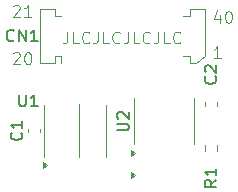
<source format=gbr>
%TF.GenerationSoftware,KiCad,Pcbnew,8.0.2*%
%TF.CreationDate,2024-11-23T19:12:39+01:00*%
%TF.ProjectId,NTR-Subcard,4e54522d-5375-4626-9361-72642e6b6963,rev?*%
%TF.SameCoordinates,Original*%
%TF.FileFunction,Legend,Top*%
%TF.FilePolarity,Positive*%
%FSLAX46Y46*%
G04 Gerber Fmt 4.6, Leading zero omitted, Abs format (unit mm)*
G04 Created by KiCad (PCBNEW 8.0.2) date 2024-11-23 19:12:39*
%MOMM*%
%LPD*%
G01*
G04 APERTURE LIST*
%ADD10C,0.100000*%
%ADD11C,0.150000*%
%ADD12C,0.120000*%
G04 APERTURE END LIST*
D10*
X105850000Y-74750000D02*
X105850000Y-79250000D01*
X117732455Y-67205752D02*
X117732455Y-67872419D01*
X117494360Y-66824800D02*
X117256265Y-67539085D01*
X117256265Y-67539085D02*
X117875312Y-67539085D01*
X118446741Y-66872419D02*
X118541979Y-66872419D01*
X118541979Y-66872419D02*
X118637217Y-66920038D01*
X118637217Y-66920038D02*
X118684836Y-66967657D01*
X118684836Y-66967657D02*
X118732455Y-67062895D01*
X118732455Y-67062895D02*
X118780074Y-67253371D01*
X118780074Y-67253371D02*
X118780074Y-67491466D01*
X118780074Y-67491466D02*
X118732455Y-67681942D01*
X118732455Y-67681942D02*
X118684836Y-67777180D01*
X118684836Y-67777180D02*
X118637217Y-67824800D01*
X118637217Y-67824800D02*
X118541979Y-67872419D01*
X118541979Y-67872419D02*
X118446741Y-67872419D01*
X118446741Y-67872419D02*
X118351503Y-67824800D01*
X118351503Y-67824800D02*
X118303884Y-67777180D01*
X118303884Y-67777180D02*
X118256265Y-67681942D01*
X118256265Y-67681942D02*
X118208646Y-67491466D01*
X118208646Y-67491466D02*
X118208646Y-67253371D01*
X118208646Y-67253371D02*
X118256265Y-67062895D01*
X118256265Y-67062895D02*
X118303884Y-66967657D01*
X118303884Y-66967657D02*
X118351503Y-66920038D01*
X118351503Y-66920038D02*
X118446741Y-66872419D01*
X117827693Y-70872419D02*
X117256265Y-70872419D01*
X117541979Y-70872419D02*
X117541979Y-69872419D01*
X117541979Y-69872419D02*
X117446741Y-70015276D01*
X117446741Y-70015276D02*
X117351503Y-70110514D01*
X117351503Y-70110514D02*
X117256265Y-70158133D01*
X100256265Y-70467657D02*
X100303884Y-70420038D01*
X100303884Y-70420038D02*
X100399122Y-70372419D01*
X100399122Y-70372419D02*
X100637217Y-70372419D01*
X100637217Y-70372419D02*
X100732455Y-70420038D01*
X100732455Y-70420038D02*
X100780074Y-70467657D01*
X100780074Y-70467657D02*
X100827693Y-70562895D01*
X100827693Y-70562895D02*
X100827693Y-70658133D01*
X100827693Y-70658133D02*
X100780074Y-70800990D01*
X100780074Y-70800990D02*
X100208646Y-71372419D01*
X100208646Y-71372419D02*
X100827693Y-71372419D01*
X101446741Y-70372419D02*
X101541979Y-70372419D01*
X101541979Y-70372419D02*
X101637217Y-70420038D01*
X101637217Y-70420038D02*
X101684836Y-70467657D01*
X101684836Y-70467657D02*
X101732455Y-70562895D01*
X101732455Y-70562895D02*
X101780074Y-70753371D01*
X101780074Y-70753371D02*
X101780074Y-70991466D01*
X101780074Y-70991466D02*
X101732455Y-71181942D01*
X101732455Y-71181942D02*
X101684836Y-71277180D01*
X101684836Y-71277180D02*
X101637217Y-71324800D01*
X101637217Y-71324800D02*
X101541979Y-71372419D01*
X101541979Y-71372419D02*
X101446741Y-71372419D01*
X101446741Y-71372419D02*
X101351503Y-71324800D01*
X101351503Y-71324800D02*
X101303884Y-71277180D01*
X101303884Y-71277180D02*
X101256265Y-71181942D01*
X101256265Y-71181942D02*
X101208646Y-70991466D01*
X101208646Y-70991466D02*
X101208646Y-70753371D01*
X101208646Y-70753371D02*
X101256265Y-70562895D01*
X101256265Y-70562895D02*
X101303884Y-70467657D01*
X101303884Y-70467657D02*
X101351503Y-70420038D01*
X101351503Y-70420038D02*
X101446741Y-70372419D01*
X100256265Y-66467657D02*
X100303884Y-66420038D01*
X100303884Y-66420038D02*
X100399122Y-66372419D01*
X100399122Y-66372419D02*
X100637217Y-66372419D01*
X100637217Y-66372419D02*
X100732455Y-66420038D01*
X100732455Y-66420038D02*
X100780074Y-66467657D01*
X100780074Y-66467657D02*
X100827693Y-66562895D01*
X100827693Y-66562895D02*
X100827693Y-66658133D01*
X100827693Y-66658133D02*
X100780074Y-66800990D01*
X100780074Y-66800990D02*
X100208646Y-67372419D01*
X100208646Y-67372419D02*
X100827693Y-67372419D01*
X101780074Y-67372419D02*
X101208646Y-67372419D01*
X101494360Y-67372419D02*
X101494360Y-66372419D01*
X101494360Y-66372419D02*
X101399122Y-66515276D01*
X101399122Y-66515276D02*
X101303884Y-66610514D01*
X101303884Y-66610514D02*
X101208646Y-66658133D01*
X104839598Y-68622419D02*
X104839598Y-69336704D01*
X104839598Y-69336704D02*
X104791979Y-69479561D01*
X104791979Y-69479561D02*
X104696741Y-69574800D01*
X104696741Y-69574800D02*
X104553884Y-69622419D01*
X104553884Y-69622419D02*
X104458646Y-69622419D01*
X105791979Y-69622419D02*
X105315789Y-69622419D01*
X105315789Y-69622419D02*
X105315789Y-68622419D01*
X106696741Y-69527180D02*
X106649122Y-69574800D01*
X106649122Y-69574800D02*
X106506265Y-69622419D01*
X106506265Y-69622419D02*
X106411027Y-69622419D01*
X106411027Y-69622419D02*
X106268170Y-69574800D01*
X106268170Y-69574800D02*
X106172932Y-69479561D01*
X106172932Y-69479561D02*
X106125313Y-69384323D01*
X106125313Y-69384323D02*
X106077694Y-69193847D01*
X106077694Y-69193847D02*
X106077694Y-69050990D01*
X106077694Y-69050990D02*
X106125313Y-68860514D01*
X106125313Y-68860514D02*
X106172932Y-68765276D01*
X106172932Y-68765276D02*
X106268170Y-68670038D01*
X106268170Y-68670038D02*
X106411027Y-68622419D01*
X106411027Y-68622419D02*
X106506265Y-68622419D01*
X106506265Y-68622419D02*
X106649122Y-68670038D01*
X106649122Y-68670038D02*
X106696741Y-68717657D01*
X107411027Y-68622419D02*
X107411027Y-69336704D01*
X107411027Y-69336704D02*
X107363408Y-69479561D01*
X107363408Y-69479561D02*
X107268170Y-69574800D01*
X107268170Y-69574800D02*
X107125313Y-69622419D01*
X107125313Y-69622419D02*
X107030075Y-69622419D01*
X108363408Y-69622419D02*
X107887218Y-69622419D01*
X107887218Y-69622419D02*
X107887218Y-68622419D01*
X109268170Y-69527180D02*
X109220551Y-69574800D01*
X109220551Y-69574800D02*
X109077694Y-69622419D01*
X109077694Y-69622419D02*
X108982456Y-69622419D01*
X108982456Y-69622419D02*
X108839599Y-69574800D01*
X108839599Y-69574800D02*
X108744361Y-69479561D01*
X108744361Y-69479561D02*
X108696742Y-69384323D01*
X108696742Y-69384323D02*
X108649123Y-69193847D01*
X108649123Y-69193847D02*
X108649123Y-69050990D01*
X108649123Y-69050990D02*
X108696742Y-68860514D01*
X108696742Y-68860514D02*
X108744361Y-68765276D01*
X108744361Y-68765276D02*
X108839599Y-68670038D01*
X108839599Y-68670038D02*
X108982456Y-68622419D01*
X108982456Y-68622419D02*
X109077694Y-68622419D01*
X109077694Y-68622419D02*
X109220551Y-68670038D01*
X109220551Y-68670038D02*
X109268170Y-68717657D01*
X109982456Y-68622419D02*
X109982456Y-69336704D01*
X109982456Y-69336704D02*
X109934837Y-69479561D01*
X109934837Y-69479561D02*
X109839599Y-69574800D01*
X109839599Y-69574800D02*
X109696742Y-69622419D01*
X109696742Y-69622419D02*
X109601504Y-69622419D01*
X110934837Y-69622419D02*
X110458647Y-69622419D01*
X110458647Y-69622419D02*
X110458647Y-68622419D01*
X111839599Y-69527180D02*
X111791980Y-69574800D01*
X111791980Y-69574800D02*
X111649123Y-69622419D01*
X111649123Y-69622419D02*
X111553885Y-69622419D01*
X111553885Y-69622419D02*
X111411028Y-69574800D01*
X111411028Y-69574800D02*
X111315790Y-69479561D01*
X111315790Y-69479561D02*
X111268171Y-69384323D01*
X111268171Y-69384323D02*
X111220552Y-69193847D01*
X111220552Y-69193847D02*
X111220552Y-69050990D01*
X111220552Y-69050990D02*
X111268171Y-68860514D01*
X111268171Y-68860514D02*
X111315790Y-68765276D01*
X111315790Y-68765276D02*
X111411028Y-68670038D01*
X111411028Y-68670038D02*
X111553885Y-68622419D01*
X111553885Y-68622419D02*
X111649123Y-68622419D01*
X111649123Y-68622419D02*
X111791980Y-68670038D01*
X111791980Y-68670038D02*
X111839599Y-68717657D01*
X112553885Y-68622419D02*
X112553885Y-69336704D01*
X112553885Y-69336704D02*
X112506266Y-69479561D01*
X112506266Y-69479561D02*
X112411028Y-69574800D01*
X112411028Y-69574800D02*
X112268171Y-69622419D01*
X112268171Y-69622419D02*
X112172933Y-69622419D01*
X113506266Y-69622419D02*
X113030076Y-69622419D01*
X113030076Y-69622419D02*
X113030076Y-68622419D01*
X114411028Y-69527180D02*
X114363409Y-69574800D01*
X114363409Y-69574800D02*
X114220552Y-69622419D01*
X114220552Y-69622419D02*
X114125314Y-69622419D01*
X114125314Y-69622419D02*
X113982457Y-69574800D01*
X113982457Y-69574800D02*
X113887219Y-69479561D01*
X113887219Y-69479561D02*
X113839600Y-69384323D01*
X113839600Y-69384323D02*
X113791981Y-69193847D01*
X113791981Y-69193847D02*
X113791981Y-69050990D01*
X113791981Y-69050990D02*
X113839600Y-68860514D01*
X113839600Y-68860514D02*
X113887219Y-68765276D01*
X113887219Y-68765276D02*
X113982457Y-68670038D01*
X113982457Y-68670038D02*
X114125314Y-68622419D01*
X114125314Y-68622419D02*
X114220552Y-68622419D01*
X114220552Y-68622419D02*
X114363409Y-68670038D01*
X114363409Y-68670038D02*
X114411028Y-68717657D01*
D11*
X109054819Y-76986904D02*
X109864342Y-76986904D01*
X109864342Y-76986904D02*
X109959580Y-76939285D01*
X109959580Y-76939285D02*
X110007200Y-76891666D01*
X110007200Y-76891666D02*
X110054819Y-76796428D01*
X110054819Y-76796428D02*
X110054819Y-76605952D01*
X110054819Y-76605952D02*
X110007200Y-76510714D01*
X110007200Y-76510714D02*
X109959580Y-76463095D01*
X109959580Y-76463095D02*
X109864342Y-76415476D01*
X109864342Y-76415476D02*
X109054819Y-76415476D01*
X109150057Y-75986904D02*
X109102438Y-75939285D01*
X109102438Y-75939285D02*
X109054819Y-75844047D01*
X109054819Y-75844047D02*
X109054819Y-75605952D01*
X109054819Y-75605952D02*
X109102438Y-75510714D01*
X109102438Y-75510714D02*
X109150057Y-75463095D01*
X109150057Y-75463095D02*
X109245295Y-75415476D01*
X109245295Y-75415476D02*
X109340533Y-75415476D01*
X109340533Y-75415476D02*
X109483390Y-75463095D01*
X109483390Y-75463095D02*
X110054819Y-76034523D01*
X110054819Y-76034523D02*
X110054819Y-75415476D01*
X100309523Y-69359580D02*
X100261904Y-69407200D01*
X100261904Y-69407200D02*
X100119047Y-69454819D01*
X100119047Y-69454819D02*
X100023809Y-69454819D01*
X100023809Y-69454819D02*
X99880952Y-69407200D01*
X99880952Y-69407200D02*
X99785714Y-69311961D01*
X99785714Y-69311961D02*
X99738095Y-69216723D01*
X99738095Y-69216723D02*
X99690476Y-69026247D01*
X99690476Y-69026247D02*
X99690476Y-68883390D01*
X99690476Y-68883390D02*
X99738095Y-68692914D01*
X99738095Y-68692914D02*
X99785714Y-68597676D01*
X99785714Y-68597676D02*
X99880952Y-68502438D01*
X99880952Y-68502438D02*
X100023809Y-68454819D01*
X100023809Y-68454819D02*
X100119047Y-68454819D01*
X100119047Y-68454819D02*
X100261904Y-68502438D01*
X100261904Y-68502438D02*
X100309523Y-68550057D01*
X100738095Y-69454819D02*
X100738095Y-68454819D01*
X100738095Y-68454819D02*
X101309523Y-69454819D01*
X101309523Y-69454819D02*
X101309523Y-68454819D01*
X102309523Y-69454819D02*
X101738095Y-69454819D01*
X102023809Y-69454819D02*
X102023809Y-68454819D01*
X102023809Y-68454819D02*
X101928571Y-68597676D01*
X101928571Y-68597676D02*
X101833333Y-68692914D01*
X101833333Y-68692914D02*
X101738095Y-68740533D01*
X100738095Y-73954819D02*
X100738095Y-74764342D01*
X100738095Y-74764342D02*
X100785714Y-74859580D01*
X100785714Y-74859580D02*
X100833333Y-74907200D01*
X100833333Y-74907200D02*
X100928571Y-74954819D01*
X100928571Y-74954819D02*
X101119047Y-74954819D01*
X101119047Y-74954819D02*
X101214285Y-74907200D01*
X101214285Y-74907200D02*
X101261904Y-74859580D01*
X101261904Y-74859580D02*
X101309523Y-74764342D01*
X101309523Y-74764342D02*
X101309523Y-73954819D01*
X102309523Y-74954819D02*
X101738095Y-74954819D01*
X102023809Y-74954819D02*
X102023809Y-73954819D01*
X102023809Y-73954819D02*
X101928571Y-74097676D01*
X101928571Y-74097676D02*
X101833333Y-74192914D01*
X101833333Y-74192914D02*
X101738095Y-74240533D01*
X117454819Y-81166666D02*
X116978628Y-81499999D01*
X117454819Y-81738094D02*
X116454819Y-81738094D01*
X116454819Y-81738094D02*
X116454819Y-81357142D01*
X116454819Y-81357142D02*
X116502438Y-81261904D01*
X116502438Y-81261904D02*
X116550057Y-81214285D01*
X116550057Y-81214285D02*
X116645295Y-81166666D01*
X116645295Y-81166666D02*
X116788152Y-81166666D01*
X116788152Y-81166666D02*
X116883390Y-81214285D01*
X116883390Y-81214285D02*
X116931009Y-81261904D01*
X116931009Y-81261904D02*
X116978628Y-81357142D01*
X116978628Y-81357142D02*
X116978628Y-81738094D01*
X117454819Y-80214285D02*
X117454819Y-80785713D01*
X117454819Y-80499999D02*
X116454819Y-80499999D01*
X116454819Y-80499999D02*
X116597676Y-80595237D01*
X116597676Y-80595237D02*
X116692914Y-80690475D01*
X116692914Y-80690475D02*
X116740533Y-80785713D01*
X117359580Y-72416666D02*
X117407200Y-72464285D01*
X117407200Y-72464285D02*
X117454819Y-72607142D01*
X117454819Y-72607142D02*
X117454819Y-72702380D01*
X117454819Y-72702380D02*
X117407200Y-72845237D01*
X117407200Y-72845237D02*
X117311961Y-72940475D01*
X117311961Y-72940475D02*
X117216723Y-72988094D01*
X117216723Y-72988094D02*
X117026247Y-73035713D01*
X117026247Y-73035713D02*
X116883390Y-73035713D01*
X116883390Y-73035713D02*
X116692914Y-72988094D01*
X116692914Y-72988094D02*
X116597676Y-72940475D01*
X116597676Y-72940475D02*
X116502438Y-72845237D01*
X116502438Y-72845237D02*
X116454819Y-72702380D01*
X116454819Y-72702380D02*
X116454819Y-72607142D01*
X116454819Y-72607142D02*
X116502438Y-72464285D01*
X116502438Y-72464285D02*
X116550057Y-72416666D01*
X116550057Y-72035713D02*
X116502438Y-71988094D01*
X116502438Y-71988094D02*
X116454819Y-71892856D01*
X116454819Y-71892856D02*
X116454819Y-71654761D01*
X116454819Y-71654761D02*
X116502438Y-71559523D01*
X116502438Y-71559523D02*
X116550057Y-71511904D01*
X116550057Y-71511904D02*
X116645295Y-71464285D01*
X116645295Y-71464285D02*
X116740533Y-71464285D01*
X116740533Y-71464285D02*
X116883390Y-71511904D01*
X116883390Y-71511904D02*
X117454819Y-72083332D01*
X117454819Y-72083332D02*
X117454819Y-71464285D01*
X100929580Y-77166666D02*
X100977200Y-77214285D01*
X100977200Y-77214285D02*
X101024819Y-77357142D01*
X101024819Y-77357142D02*
X101024819Y-77452380D01*
X101024819Y-77452380D02*
X100977200Y-77595237D01*
X100977200Y-77595237D02*
X100881961Y-77690475D01*
X100881961Y-77690475D02*
X100786723Y-77738094D01*
X100786723Y-77738094D02*
X100596247Y-77785713D01*
X100596247Y-77785713D02*
X100453390Y-77785713D01*
X100453390Y-77785713D02*
X100262914Y-77738094D01*
X100262914Y-77738094D02*
X100167676Y-77690475D01*
X100167676Y-77690475D02*
X100072438Y-77595237D01*
X100072438Y-77595237D02*
X100024819Y-77452380D01*
X100024819Y-77452380D02*
X100024819Y-77357142D01*
X100024819Y-77357142D02*
X100072438Y-77214285D01*
X100072438Y-77214285D02*
X100120057Y-77166666D01*
X101024819Y-76214285D02*
X101024819Y-76785713D01*
X101024819Y-76499999D02*
X100024819Y-76499999D01*
X100024819Y-76499999D02*
X100167676Y-76595237D01*
X100167676Y-76595237D02*
X100262914Y-76690475D01*
X100262914Y-76690475D02*
X100310533Y-76785713D01*
D12*
%TO.C,U2*%
X110440000Y-76225000D02*
X110440000Y-78175000D01*
X110440000Y-76225000D02*
X110440000Y-74275000D01*
X115560000Y-76225000D02*
X115560000Y-78175000D01*
X115560000Y-76225000D02*
X115560000Y-74275000D01*
X110535000Y-80735000D02*
X110205000Y-80975000D01*
X110205000Y-80495000D01*
X110535000Y-80735000D01*
G36*
X110535000Y-80735000D02*
G01*
X110205000Y-80975000D01*
X110205000Y-80495000D01*
X110535000Y-80735000D01*
G37*
X110535000Y-78925000D02*
X110205000Y-79165000D01*
X110205000Y-78685000D01*
X110535000Y-78925000D01*
G36*
X110535000Y-78925000D02*
G01*
X110205000Y-79165000D01*
X110205000Y-78685000D01*
X110535000Y-78925000D01*
G37*
%TO.C,CN1*%
X102490000Y-66740000D02*
X102490000Y-71260000D01*
X102490000Y-71260000D02*
X103810000Y-71260000D01*
X103810000Y-66740000D02*
X102490000Y-66740000D01*
X103810000Y-67340000D02*
X103810000Y-66740000D01*
X103810000Y-70660000D02*
X104340000Y-70660000D01*
X103810000Y-71260000D02*
X103810000Y-70660000D01*
X103810000Y-71260000D02*
X103810000Y-71260000D01*
X104340000Y-67340000D02*
X103810000Y-67340000D01*
X104340000Y-70660000D02*
X104340000Y-71250000D01*
X114660000Y-67340000D02*
X115190000Y-67340000D01*
X115190000Y-66740000D02*
X116510000Y-66740000D01*
X115190000Y-67340000D02*
X115190000Y-66740000D01*
X115190000Y-70660000D02*
X114660000Y-70660000D01*
X115190000Y-71260000D02*
X115190000Y-70660000D01*
X115734683Y-71260000D02*
X115190000Y-71260000D01*
X116510000Y-66740000D02*
X116510000Y-70717262D01*
X116510000Y-70717262D02*
X115734683Y-71260000D01*
%TO.C,U1*%
X102890000Y-77000000D02*
X102890000Y-74800000D01*
X102890000Y-77000000D02*
X102890000Y-79200000D01*
X108110000Y-77000000D02*
X108110000Y-74800000D01*
X108110000Y-77000000D02*
X108110000Y-79200000D01*
X103090000Y-79900000D02*
X102760000Y-80140000D01*
X102760000Y-79660000D01*
X103090000Y-79900000D01*
G36*
X103090000Y-79900000D02*
G01*
X102760000Y-80140000D01*
X102760000Y-79660000D01*
X103090000Y-79900000D01*
G37*
%TO.C,R1*%
X116477500Y-78754724D02*
X116477500Y-78245276D01*
X117522500Y-78754724D02*
X117522500Y-78245276D01*
%TO.C,C2*%
X116490000Y-74896267D02*
X116490000Y-74603733D01*
X117510000Y-74896267D02*
X117510000Y-74603733D01*
%TO.C,C1*%
X101490000Y-77146267D02*
X101490000Y-76853733D01*
X102510000Y-77146267D02*
X102510000Y-76853733D01*
%TD*%
M02*

</source>
